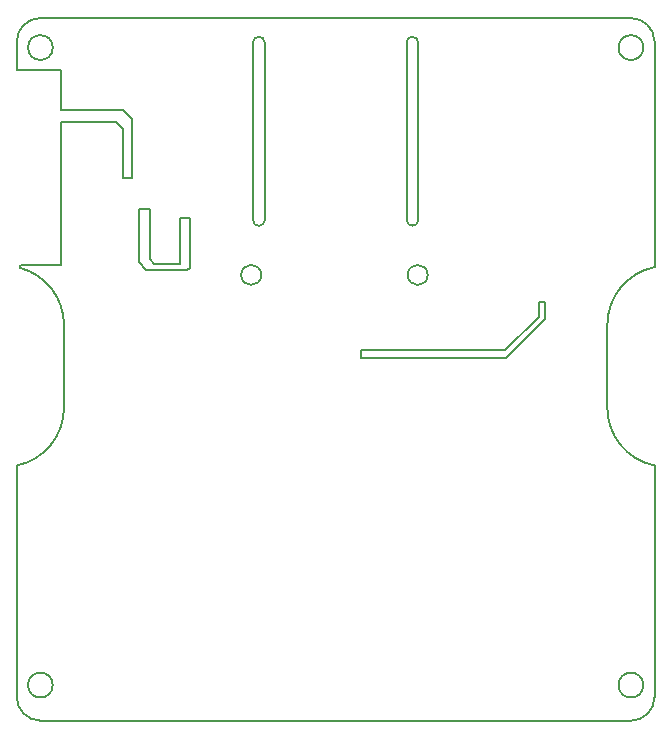
<source format=gko>
%FSLAX25Y25*%
%MOIN*%
G70*
G01*
G75*
G04 Layer_Color=16711935*
%ADD10C,0.01000*%
%ADD11C,0.00800*%
%ADD12C,0.03000*%
%ADD13C,0.02000*%
%ADD14C,0.04000*%
%ADD15R,0.11811X0.09843*%
%ADD16O,0.11811X0.09843*%
%ADD17R,0.02362X0.02362*%
%ADD18R,0.03347X0.02756*%
%ADD19R,0.09843X0.09843*%
%ADD20R,0.04724X0.01181*%
%ADD21R,0.01181X0.04724*%
%ADD22R,0.02362X0.02362*%
%ADD23R,0.03937X0.04134*%
%ADD24R,0.04134X0.08661*%
%ADD25R,0.04724X0.04331*%
%ADD26R,0.03543X0.06299*%
G04:AMPARAMS|DCode=27|XSize=21.65mil|YSize=9.84mil|CornerRadius=2.46mil|HoleSize=0mil|Usage=FLASHONLY|Rotation=0.000|XOffset=0mil|YOffset=0mil|HoleType=Round|Shape=RoundedRectangle|*
%AMROUNDEDRECTD27*
21,1,0.02165,0.00492,0,0,0.0*
21,1,0.01673,0.00984,0,0,0.0*
1,1,0.00492,0.00837,-0.00246*
1,1,0.00492,-0.00837,-0.00246*
1,1,0.00492,-0.00837,0.00246*
1,1,0.00492,0.00837,0.00246*
%
%ADD27ROUNDEDRECTD27*%
%ADD28R,0.04331X0.04724*%
%ADD29R,0.13780X0.04724*%
%ADD30R,0.08661X0.11024*%
%ADD31R,0.02756X0.03347*%
%ADD32R,0.07087X0.03937*%
%ADD33R,0.01969X0.03150*%
%ADD34R,0.02200X0.06800*%
%ADD35R,0.05000X0.08200*%
%ADD36R,0.19000X0.05200*%
%ADD37R,0.14100X0.20100*%
%ADD38R,0.19200X0.07300*%
%ADD39C,0.00500*%
%ADD40C,0.06000*%
%ADD41R,0.33465X0.07874*%
%ADD42O,0.06000X0.03000*%
%ADD43R,0.06000X0.03000*%
%ADD44R,0.05906X0.05906*%
%ADD45C,0.05906*%
%ADD46R,0.13780X0.35433*%
%ADD47C,0.02000*%
%ADD48C,0.03000*%
%ADD49C,0.04000*%
%ADD50R,0.03937X0.02362*%
%ADD51R,0.03937X0.07299*%
G04:AMPARAMS|DCode=52|XSize=157.48mil|YSize=275.59mil|CornerRadius=0mil|HoleSize=0mil|Usage=FLASHONLY|Rotation=180.000|XOffset=0mil|YOffset=0mil|HoleType=Round|Shape=Octagon|*
%AMOCTAGOND52*
4,1,8,0.03937,-0.13780,-0.03937,-0.13780,-0.07874,-0.09843,-0.07874,0.09843,-0.03937,0.13780,0.03937,0.13780,0.07874,0.09843,0.07874,-0.09843,0.03937,-0.13780,0.0*
%
%ADD52OCTAGOND52*%

%ADD53R,0.03150X0.05512*%
%ADD54R,0.03150X0.05512*%
%ADD55R,0.27200X0.43300*%
%ADD56R,0.13500X0.48000*%
%ADD57R,0.35700X0.14100*%
%ADD58R,0.14000X0.05900*%
%ADD59R,0.20500X0.07100*%
%ADD60R,0.08100X0.16600*%
%ADD61R,0.42700X0.04000*%
%ADD62R,0.26300X0.10800*%
%ADD63R,0.08500X0.52200*%
%ADD64C,0.06299*%
%ADD65C,0.05906*%
%ADD66C,0.07087*%
%ADD67C,0.01500*%
%ADD68C,0.00591*%
%ADD69C,0.00787*%
%ADD70C,0.00600*%
%ADD71R,0.12611X0.10642*%
%ADD72O,0.12611X0.10642*%
%ADD73R,0.03162X0.03162*%
%ADD74R,0.04147X0.03556*%
%ADD75R,0.10642X0.10642*%
%ADD76R,0.05524X0.01981*%
%ADD77R,0.01981X0.05524*%
%ADD78R,0.03162X0.03162*%
%ADD79R,0.04737X0.04934*%
%ADD80R,0.04934X0.09461*%
%ADD81R,0.05524X0.05131*%
%ADD82R,0.04343X0.07099*%
G04:AMPARAMS|DCode=83|XSize=29.65mil|YSize=17.84mil|CornerRadius=4.46mil|HoleSize=0mil|Usage=FLASHONLY|Rotation=0.000|XOffset=0mil|YOffset=0mil|HoleType=Round|Shape=RoundedRectangle|*
%AMROUNDEDRECTD83*
21,1,0.02965,0.00892,0,0,0.0*
21,1,0.02073,0.01784,0,0,0.0*
1,1,0.00892,0.01037,-0.00446*
1,1,0.00892,-0.01037,-0.00446*
1,1,0.00892,-0.01037,0.00446*
1,1,0.00892,0.01037,0.00446*
%
%ADD83ROUNDEDRECTD83*%
%ADD84R,0.05131X0.05524*%
%ADD85R,0.14579X0.05524*%
%ADD86R,0.09461X0.11824*%
%ADD87R,0.03556X0.04147*%
%ADD88R,0.07887X0.04737*%
%ADD89R,0.02769X0.03950*%
%ADD90C,0.06800*%
%ADD91C,0.06394*%
%ADD92R,0.34265X0.08674*%
%ADD93O,0.06800X0.03800*%
%ADD94R,0.06800X0.03800*%
%ADD95R,0.06706X0.06706*%
%ADD96C,0.06706*%
%ADD97R,0.14579X0.36233*%
%ADD98R,0.13500X0.35600*%
%ADD99R,0.10700X0.39500*%
%ADD100R,0.26800X0.07000*%
%ADD101R,0.04737X0.03162*%
%ADD102R,0.04737X0.08099*%
G04:AMPARAMS|DCode=103|XSize=165.48mil|YSize=283.59mil|CornerRadius=0mil|HoleSize=0mil|Usage=FLASHONLY|Rotation=180.000|XOffset=0mil|YOffset=0mil|HoleType=Round|Shape=Octagon|*
%AMOCTAGOND103*
4,1,8,0.04137,-0.14179,-0.04137,-0.14179,-0.08274,-0.10043,-0.08274,0.10043,-0.04137,0.14179,0.04137,0.14179,0.08274,0.10043,0.08274,-0.10043,0.04137,-0.14179,0.0*
%
%ADD103OCTAGOND103*%

%ADD104R,0.03950X0.06312*%
%ADD105R,0.03950X0.06312*%
%ADD106C,0.07099*%
%ADD107C,0.06299*%
%ADD108C,0.07887*%
%ADD109C,0.00200*%
D39*
X80160Y210284D02*
G03*
X76223Y210284I-1969J0D01*
G01*
X28979D02*
G03*
X25042Y210284I-1969J0D01*
G01*
Y151229D02*
G03*
X28979Y151229I1969J0D01*
G01*
X-41691Y208661D02*
G03*
X-41691Y208661I-4134J0D01*
G01*
X155160Y-3858D02*
G03*
X155160Y-3858I-4134J0D01*
G01*
X-41691D02*
G03*
X-41691Y-3858I-4134J0D01*
G01*
X-53698Y-7826D02*
G03*
X-45825Y-15700I7874J0D01*
G01*
X151026D02*
G03*
X158900Y-7826I0J7874D01*
G01*
X-53698Y69343D02*
G03*
X-37951Y88631I-3937J19287D01*
G01*
X143152D02*
G03*
X158900Y69343I19685J0D01*
G01*
Y135477D02*
G03*
X143152Y116190I3937J-19287D01*
G01*
X76223Y151229D02*
G03*
X80160Y151229I1969J0D01*
G01*
X27798Y132874D02*
G03*
X27798Y132874I-3347J0D01*
G01*
X83309D02*
G03*
X83309Y132874I-3347J0D01*
G01*
X80160Y210284D02*
G03*
X76223Y210284I-1969J0D01*
G01*
X28979D02*
G03*
X25042Y210284I-1969J0D01*
G01*
Y151229D02*
G03*
X28979Y151229I1969J0D01*
G01*
X-41691Y208661D02*
G03*
X-41691Y208661I-4134J0D01*
G01*
X155160D02*
G03*
X155160Y208661I-4134J0D01*
G01*
X-53698Y-7826D02*
G03*
X-45825Y-15700I7874J0D01*
G01*
X151026D02*
G03*
X158900Y-7826I0J7874D01*
G01*
Y210630D02*
G03*
X151026Y218504I-7874J0D01*
G01*
X-53698Y69343D02*
G03*
X-37951Y88631I-3937J19287D01*
G01*
X143152D02*
G03*
X158900Y69343I19685J0D01*
G01*
Y135477D02*
G03*
X143152Y116190I3937J-19287D01*
G01*
X-37951Y116190D02*
G03*
X-52541Y135204I-19685J0D01*
G01*
X76223Y151229D02*
G03*
X80160Y151229I1969J0D01*
G01*
X-45825Y218504D02*
G03*
X-53698Y210630I0J-7874D01*
G01*
Y201100D02*
Y210630D01*
Y201100D02*
X-39000D01*
X158900Y-7826D02*
Y69343D01*
X143152Y88631D02*
Y116190D01*
X80160Y151229D02*
Y210284D01*
X76223Y151229D02*
Y210284D01*
X28979Y151229D02*
Y210284D01*
X25042Y151229D02*
Y210284D01*
X-37951Y88631D02*
Y116190D01*
X-53698Y-7826D02*
Y69343D01*
X-45825Y218504D02*
X151026D01*
X158900Y-7826D02*
Y69343D01*
Y135477D02*
Y210630D01*
X143152Y88631D02*
Y116190D01*
X80160Y151229D02*
Y210284D01*
X76223Y151229D02*
Y210284D01*
X28979Y151229D02*
Y210284D01*
X25042Y151229D02*
Y210284D01*
X-37951Y88631D02*
Y116190D01*
X61000Y105200D02*
X109400D01*
X122300Y118100D01*
Y124000D01*
X120300D02*
X122300D01*
X120300Y119000D02*
Y124000D01*
X109000Y107700D02*
X120300Y119000D01*
X61000Y107700D02*
X109000D01*
X61000Y105200D02*
Y107700D01*
X-24300Y183900D02*
X-20600D01*
X-18200Y181500D01*
Y165300D02*
Y181500D01*
Y165300D02*
X-15400D01*
Y184900D01*
X-18300Y187800D02*
X-15400Y184900D01*
X-39000Y187800D02*
X-18300D01*
X-39000Y183900D02*
X-24300D01*
X-39000Y187800D02*
Y201100D01*
Y136051D02*
Y183900D01*
X-9300Y138100D02*
Y155000D01*
Y138100D02*
X-7800Y136600D01*
X700D01*
Y151800D01*
X3900D01*
Y135300D02*
Y151800D01*
X3200Y134600D02*
X3900Y135300D01*
X-10500Y134600D02*
X3200D01*
X-13100Y137200D02*
X-10500Y134600D01*
X-13100Y137200D02*
Y155000D01*
X-9300D01*
X-45825Y-15700D02*
X110100D01*
X105412D02*
X151026D01*
X-52541Y135204D02*
Y135714D01*
X-52204Y136051D02*
X-39000D01*
X-52541Y135714D02*
X-52204Y136051D01*
M02*

</source>
